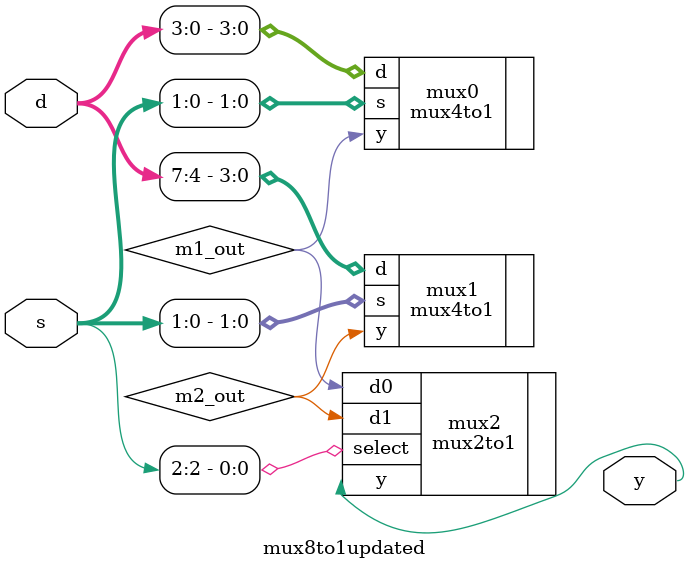
<source format=sv>
`timescale 1ns/10ps
module mux8to1updated(d, s, y);
	input logic [7:0] d;
	input logic [2:0] s;
	output logic y;
	logic m1_out, m2_out;
	
	mux4to1 mux0 (.d(d[3:0]),.s(s[1:0]), .y(m1_out));
	mux4to1 mux1 (.d(d[7:4]),.s(s[1:0]), .y(m2_out));
	mux2to1 mux2	(.d0(m1_out), .d1(m2_out), .select(s[2]), .y(y));
endmodule
</source>
